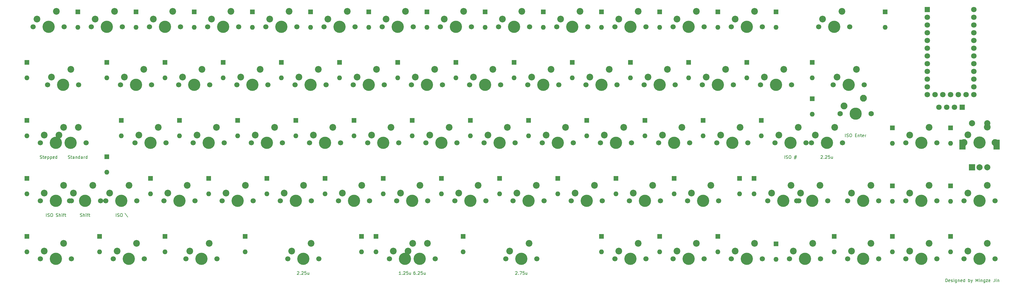
<source format=gbr>
%TF.GenerationSoftware,KiCad,Pcbnew,(6.0.1)*%
%TF.CreationDate,2022-05-17T01:39:32-04:00*%
%TF.ProjectId,GanJing 65 rev 2 solder,47616e4a-696e-4672-9036-352072657620,2*%
%TF.SameCoordinates,Original*%
%TF.FileFunction,Soldermask,Top*%
%TF.FilePolarity,Negative*%
%FSLAX46Y46*%
G04 Gerber Fmt 4.6, Leading zero omitted, Abs format (unit mm)*
G04 Created by KiCad (PCBNEW (6.0.1)) date 2022-05-17 01:39:32*
%MOMM*%
%LPD*%
G01*
G04 APERTURE LIST*
%ADD10C,0.150000*%
%ADD11C,2.250000*%
%ADD12C,4.000000*%
%ADD13C,2.200000*%
%ADD14R,1.600000X1.600000*%
%ADD15O,1.600000X1.600000*%
%ADD16R,1.800000X1.800000*%
%ADD17C,1.800000*%
%ADD18C,1.700000*%
%ADD19R,2.000000X3.200000*%
%ADD20R,2.000000X2.000000*%
%ADD21C,2.000000*%
%ADD22C,1.750000*%
%ADD23C,3.987800*%
G04 APERTURE END LIST*
D10*
X353235714Y-188571130D02*
X353235714Y-187571130D01*
X353473809Y-187571130D01*
X353616666Y-187618750D01*
X353711904Y-187713988D01*
X353759523Y-187809226D01*
X353807142Y-187999702D01*
X353807142Y-188142559D01*
X353759523Y-188333035D01*
X353711904Y-188428273D01*
X353616666Y-188523511D01*
X353473809Y-188571130D01*
X353235714Y-188571130D01*
X354616666Y-188523511D02*
X354521428Y-188571130D01*
X354330952Y-188571130D01*
X354235714Y-188523511D01*
X354188095Y-188428273D01*
X354188095Y-188047321D01*
X354235714Y-187952083D01*
X354330952Y-187904464D01*
X354521428Y-187904464D01*
X354616666Y-187952083D01*
X354664285Y-188047321D01*
X354664285Y-188142559D01*
X354188095Y-188237797D01*
X355045238Y-188523511D02*
X355140476Y-188571130D01*
X355330952Y-188571130D01*
X355426190Y-188523511D01*
X355473809Y-188428273D01*
X355473809Y-188380654D01*
X355426190Y-188285416D01*
X355330952Y-188237797D01*
X355188095Y-188237797D01*
X355092857Y-188190178D01*
X355045238Y-188094940D01*
X355045238Y-188047321D01*
X355092857Y-187952083D01*
X355188095Y-187904464D01*
X355330952Y-187904464D01*
X355426190Y-187952083D01*
X355902380Y-188571130D02*
X355902380Y-187904464D01*
X355902380Y-187571130D02*
X355854761Y-187618750D01*
X355902380Y-187666369D01*
X355950000Y-187618750D01*
X355902380Y-187571130D01*
X355902380Y-187666369D01*
X356807142Y-187904464D02*
X356807142Y-188713988D01*
X356759523Y-188809226D01*
X356711904Y-188856845D01*
X356616666Y-188904464D01*
X356473809Y-188904464D01*
X356378571Y-188856845D01*
X356807142Y-188523511D02*
X356711904Y-188571130D01*
X356521428Y-188571130D01*
X356426190Y-188523511D01*
X356378571Y-188475892D01*
X356330952Y-188380654D01*
X356330952Y-188094940D01*
X356378571Y-187999702D01*
X356426190Y-187952083D01*
X356521428Y-187904464D01*
X356711904Y-187904464D01*
X356807142Y-187952083D01*
X357283333Y-187904464D02*
X357283333Y-188571130D01*
X357283333Y-187999702D02*
X357330952Y-187952083D01*
X357426190Y-187904464D01*
X357569047Y-187904464D01*
X357664285Y-187952083D01*
X357711904Y-188047321D01*
X357711904Y-188571130D01*
X358569047Y-188523511D02*
X358473809Y-188571130D01*
X358283333Y-188571130D01*
X358188095Y-188523511D01*
X358140476Y-188428273D01*
X358140476Y-188047321D01*
X358188095Y-187952083D01*
X358283333Y-187904464D01*
X358473809Y-187904464D01*
X358569047Y-187952083D01*
X358616666Y-188047321D01*
X358616666Y-188142559D01*
X358140476Y-188237797D01*
X359473809Y-188571130D02*
X359473809Y-187571130D01*
X359473809Y-188523511D02*
X359378571Y-188571130D01*
X359188095Y-188571130D01*
X359092857Y-188523511D01*
X359045238Y-188475892D01*
X358997619Y-188380654D01*
X358997619Y-188094940D01*
X359045238Y-187999702D01*
X359092857Y-187952083D01*
X359188095Y-187904464D01*
X359378571Y-187904464D01*
X359473809Y-187952083D01*
X360711904Y-188571130D02*
X360711904Y-187571130D01*
X360711904Y-187952083D02*
X360807142Y-187904464D01*
X360997619Y-187904464D01*
X361092857Y-187952083D01*
X361140476Y-187999702D01*
X361188095Y-188094940D01*
X361188095Y-188380654D01*
X361140476Y-188475892D01*
X361092857Y-188523511D01*
X360997619Y-188571130D01*
X360807142Y-188571130D01*
X360711904Y-188523511D01*
X361521428Y-187904464D02*
X361759523Y-188571130D01*
X361997619Y-187904464D02*
X361759523Y-188571130D01*
X361664285Y-188809226D01*
X361616666Y-188856845D01*
X361521428Y-188904464D01*
X363140476Y-188571130D02*
X363140476Y-187571130D01*
X363473809Y-188285416D01*
X363807142Y-187571130D01*
X363807142Y-188571130D01*
X364283333Y-188571130D02*
X364283333Y-187904464D01*
X364283333Y-187571130D02*
X364235714Y-187618750D01*
X364283333Y-187666369D01*
X364330952Y-187618750D01*
X364283333Y-187571130D01*
X364283333Y-187666369D01*
X364759523Y-187904464D02*
X364759523Y-188571130D01*
X364759523Y-187999702D02*
X364807142Y-187952083D01*
X364902380Y-187904464D01*
X365045238Y-187904464D01*
X365140476Y-187952083D01*
X365188095Y-188047321D01*
X365188095Y-188571130D01*
X366092857Y-187904464D02*
X366092857Y-188713988D01*
X366045238Y-188809226D01*
X365997619Y-188856845D01*
X365902380Y-188904464D01*
X365759523Y-188904464D01*
X365664285Y-188856845D01*
X366092857Y-188523511D02*
X365997619Y-188571130D01*
X365807142Y-188571130D01*
X365711904Y-188523511D01*
X365664285Y-188475892D01*
X365616666Y-188380654D01*
X365616666Y-188094940D01*
X365664285Y-187999702D01*
X365711904Y-187952083D01*
X365807142Y-187904464D01*
X365997619Y-187904464D01*
X366092857Y-187952083D01*
X366473809Y-187904464D02*
X366997619Y-187904464D01*
X366473809Y-188571130D01*
X366997619Y-188571130D01*
X367759523Y-188523511D02*
X367664285Y-188571130D01*
X367473809Y-188571130D01*
X367378571Y-188523511D01*
X367330952Y-188428273D01*
X367330952Y-188047321D01*
X367378571Y-187952083D01*
X367473809Y-187904464D01*
X367664285Y-187904464D01*
X367759523Y-187952083D01*
X367807142Y-188047321D01*
X367807142Y-188142559D01*
X367330952Y-188237797D01*
X369283333Y-187571130D02*
X369283333Y-188285416D01*
X369235714Y-188428273D01*
X369140476Y-188523511D01*
X368997619Y-188571130D01*
X368902380Y-188571130D01*
X369759523Y-188571130D02*
X369759523Y-187904464D01*
X369759523Y-187571130D02*
X369711904Y-187618750D01*
X369759523Y-187666369D01*
X369807142Y-187618750D01*
X369759523Y-187571130D01*
X369759523Y-187666369D01*
X370235714Y-187904464D02*
X370235714Y-188571130D01*
X370235714Y-187999702D02*
X370283333Y-187952083D01*
X370378571Y-187904464D01*
X370521428Y-187904464D01*
X370616666Y-187952083D01*
X370664285Y-188047321D01*
X370664285Y-188571130D01*
%TO.C,MX31*%
X65913392Y-148042261D02*
X66056250Y-148089880D01*
X66294345Y-148089880D01*
X66389583Y-148042261D01*
X66437202Y-147994642D01*
X66484821Y-147899404D01*
X66484821Y-147804166D01*
X66437202Y-147708928D01*
X66389583Y-147661309D01*
X66294345Y-147613690D01*
X66103869Y-147566071D01*
X66008630Y-147518452D01*
X65961011Y-147470833D01*
X65913392Y-147375595D01*
X65913392Y-147280357D01*
X65961011Y-147185119D01*
X66008630Y-147137500D01*
X66103869Y-147089880D01*
X66341964Y-147089880D01*
X66484821Y-147137500D01*
X66770535Y-147423214D02*
X67151488Y-147423214D01*
X66913392Y-147089880D02*
X66913392Y-147947023D01*
X66961011Y-148042261D01*
X67056250Y-148089880D01*
X67151488Y-148089880D01*
X67913392Y-148089880D02*
X67913392Y-147566071D01*
X67865773Y-147470833D01*
X67770535Y-147423214D01*
X67580059Y-147423214D01*
X67484821Y-147470833D01*
X67913392Y-148042261D02*
X67818154Y-148089880D01*
X67580059Y-148089880D01*
X67484821Y-148042261D01*
X67437202Y-147947023D01*
X67437202Y-147851785D01*
X67484821Y-147756547D01*
X67580059Y-147708928D01*
X67818154Y-147708928D01*
X67913392Y-147661309D01*
X68389583Y-147423214D02*
X68389583Y-148089880D01*
X68389583Y-147518452D02*
X68437202Y-147470833D01*
X68532440Y-147423214D01*
X68675297Y-147423214D01*
X68770535Y-147470833D01*
X68818154Y-147566071D01*
X68818154Y-148089880D01*
X69722916Y-148089880D02*
X69722916Y-147089880D01*
X69722916Y-148042261D02*
X69627678Y-148089880D01*
X69437202Y-148089880D01*
X69341964Y-148042261D01*
X69294345Y-147994642D01*
X69246726Y-147899404D01*
X69246726Y-147613690D01*
X69294345Y-147518452D01*
X69341964Y-147470833D01*
X69437202Y-147423214D01*
X69627678Y-147423214D01*
X69722916Y-147470833D01*
X70627678Y-148089880D02*
X70627678Y-147566071D01*
X70580059Y-147470833D01*
X70484821Y-147423214D01*
X70294345Y-147423214D01*
X70199107Y-147470833D01*
X70627678Y-148042261D02*
X70532440Y-148089880D01*
X70294345Y-148089880D01*
X70199107Y-148042261D01*
X70151488Y-147947023D01*
X70151488Y-147851785D01*
X70199107Y-147756547D01*
X70294345Y-147708928D01*
X70532440Y-147708928D01*
X70627678Y-147661309D01*
X71103869Y-148089880D02*
X71103869Y-147423214D01*
X71103869Y-147613690D02*
X71151488Y-147518452D01*
X71199107Y-147470833D01*
X71294345Y-147423214D01*
X71389583Y-147423214D01*
X72151488Y-148089880D02*
X72151488Y-147089880D01*
X72151488Y-148042261D02*
X72056250Y-148089880D01*
X71865773Y-148089880D01*
X71770535Y-148042261D01*
X71722916Y-147994642D01*
X71675297Y-147899404D01*
X71675297Y-147613690D01*
X71722916Y-147518452D01*
X71770535Y-147470833D01*
X71865773Y-147423214D01*
X72056250Y-147423214D01*
X72151488Y-147470833D01*
%TO.C,MX43*%
X300537797Y-148089880D02*
X300537797Y-147089880D01*
X300966369Y-148042261D02*
X301109226Y-148089880D01*
X301347321Y-148089880D01*
X301442559Y-148042261D01*
X301490178Y-147994642D01*
X301537797Y-147899404D01*
X301537797Y-147804166D01*
X301490178Y-147708928D01*
X301442559Y-147661309D01*
X301347321Y-147613690D01*
X301156845Y-147566071D01*
X301061607Y-147518452D01*
X301013988Y-147470833D01*
X300966369Y-147375595D01*
X300966369Y-147280357D01*
X301013988Y-147185119D01*
X301061607Y-147137500D01*
X301156845Y-147089880D01*
X301394940Y-147089880D01*
X301537797Y-147137500D01*
X302156845Y-147089880D02*
X302347321Y-147089880D01*
X302442559Y-147137500D01*
X302537797Y-147232738D01*
X302585416Y-147423214D01*
X302585416Y-147756547D01*
X302537797Y-147947023D01*
X302442559Y-148042261D01*
X302347321Y-148089880D01*
X302156845Y-148089880D01*
X302061607Y-148042261D01*
X301966369Y-147947023D01*
X301918750Y-147756547D01*
X301918750Y-147423214D01*
X301966369Y-147232738D01*
X302061607Y-147137500D01*
X302156845Y-147089880D01*
X303728273Y-147423214D02*
X304442559Y-147423214D01*
X304013988Y-146994642D02*
X303728273Y-148280357D01*
X304347321Y-147851785D02*
X303633035Y-147851785D01*
X304061607Y-148280357D02*
X304347321Y-146994642D01*
%TO.C,MX44*%
X312396428Y-147185119D02*
X312444047Y-147137500D01*
X312539285Y-147089880D01*
X312777380Y-147089880D01*
X312872619Y-147137500D01*
X312920238Y-147185119D01*
X312967857Y-147280357D01*
X312967857Y-147375595D01*
X312920238Y-147518452D01*
X312348809Y-148089880D01*
X312967857Y-148089880D01*
X313396428Y-147994642D02*
X313444047Y-148042261D01*
X313396428Y-148089880D01*
X313348809Y-148042261D01*
X313396428Y-147994642D01*
X313396428Y-148089880D01*
X313825000Y-147185119D02*
X313872619Y-147137500D01*
X313967857Y-147089880D01*
X314205952Y-147089880D01*
X314301190Y-147137500D01*
X314348809Y-147185119D01*
X314396428Y-147280357D01*
X314396428Y-147375595D01*
X314348809Y-147518452D01*
X313777380Y-148089880D01*
X314396428Y-148089880D01*
X315301190Y-147089880D02*
X314825000Y-147089880D01*
X314777380Y-147566071D01*
X314825000Y-147518452D01*
X314920238Y-147470833D01*
X315158333Y-147470833D01*
X315253571Y-147518452D01*
X315301190Y-147566071D01*
X315348809Y-147661309D01*
X315348809Y-147899404D01*
X315301190Y-147994642D01*
X315253571Y-148042261D01*
X315158333Y-148089880D01*
X314920238Y-148089880D01*
X314825000Y-148042261D01*
X314777380Y-147994642D01*
X316205952Y-147423214D02*
X316205952Y-148089880D01*
X315777380Y-147423214D02*
X315777380Y-147947023D01*
X315825000Y-148042261D01*
X315920238Y-148089880D01*
X316063095Y-148089880D01*
X316158333Y-148042261D01*
X316205952Y-147994642D01*
%TO.C,MX46*%
X69889880Y-167092261D02*
X70032738Y-167139880D01*
X70270833Y-167139880D01*
X70366071Y-167092261D01*
X70413690Y-167044642D01*
X70461309Y-166949404D01*
X70461309Y-166854166D01*
X70413690Y-166758928D01*
X70366071Y-166711309D01*
X70270833Y-166663690D01*
X70080357Y-166616071D01*
X69985119Y-166568452D01*
X69937500Y-166520833D01*
X69889880Y-166425595D01*
X69889880Y-166330357D01*
X69937500Y-166235119D01*
X69985119Y-166187500D01*
X70080357Y-166139880D01*
X70318452Y-166139880D01*
X70461309Y-166187500D01*
X70889880Y-167139880D02*
X70889880Y-166139880D01*
X71318452Y-167139880D02*
X71318452Y-166616071D01*
X71270833Y-166520833D01*
X71175595Y-166473214D01*
X71032738Y-166473214D01*
X70937500Y-166520833D01*
X70889880Y-166568452D01*
X71794642Y-167139880D02*
X71794642Y-166473214D01*
X71794642Y-166139880D02*
X71747023Y-166187500D01*
X71794642Y-166235119D01*
X71842261Y-166187500D01*
X71794642Y-166139880D01*
X71794642Y-166235119D01*
X72127976Y-166473214D02*
X72508928Y-166473214D01*
X72270833Y-167139880D02*
X72270833Y-166282738D01*
X72318452Y-166187500D01*
X72413690Y-166139880D01*
X72508928Y-166139880D01*
X72699404Y-166473214D02*
X73080357Y-166473214D01*
X72842261Y-166139880D02*
X72842261Y-166997023D01*
X72889880Y-167092261D01*
X72985119Y-167139880D01*
X73080357Y-167139880D01*
%TO.C,MX66*%
X179522619Y-185189880D02*
X179332142Y-185189880D01*
X179236904Y-185237500D01*
X179189285Y-185285119D01*
X179094047Y-185427976D01*
X179046428Y-185618452D01*
X179046428Y-185999404D01*
X179094047Y-186094642D01*
X179141666Y-186142261D01*
X179236904Y-186189880D01*
X179427380Y-186189880D01*
X179522619Y-186142261D01*
X179570238Y-186094642D01*
X179617857Y-185999404D01*
X179617857Y-185761309D01*
X179570238Y-185666071D01*
X179522619Y-185618452D01*
X179427380Y-185570833D01*
X179236904Y-185570833D01*
X179141666Y-185618452D01*
X179094047Y-185666071D01*
X179046428Y-185761309D01*
X180046428Y-186094642D02*
X180094047Y-186142261D01*
X180046428Y-186189880D01*
X179998809Y-186142261D01*
X180046428Y-186094642D01*
X180046428Y-186189880D01*
X180475000Y-185285119D02*
X180522619Y-185237500D01*
X180617857Y-185189880D01*
X180855952Y-185189880D01*
X180951190Y-185237500D01*
X180998809Y-185285119D01*
X181046428Y-185380357D01*
X181046428Y-185475595D01*
X180998809Y-185618452D01*
X180427380Y-186189880D01*
X181046428Y-186189880D01*
X181951190Y-185189880D02*
X181475000Y-185189880D01*
X181427380Y-185666071D01*
X181475000Y-185618452D01*
X181570238Y-185570833D01*
X181808333Y-185570833D01*
X181903571Y-185618452D01*
X181951190Y-185666071D01*
X181998809Y-185761309D01*
X181998809Y-185999404D01*
X181951190Y-186094642D01*
X181903571Y-186142261D01*
X181808333Y-186189880D01*
X181570238Y-186189880D01*
X181475000Y-186142261D01*
X181427380Y-186094642D01*
X182855952Y-185523214D02*
X182855952Y-186189880D01*
X182427380Y-185523214D02*
X182427380Y-186047023D01*
X182475000Y-186142261D01*
X182570238Y-186189880D01*
X182713095Y-186189880D01*
X182808333Y-186142261D01*
X182855952Y-186094642D01*
%TO.C,MX75*%
X56745535Y-148042261D02*
X56888392Y-148089880D01*
X57126488Y-148089880D01*
X57221726Y-148042261D01*
X57269345Y-147994642D01*
X57316964Y-147899404D01*
X57316964Y-147804166D01*
X57269345Y-147708928D01*
X57221726Y-147661309D01*
X57126488Y-147613690D01*
X56936011Y-147566071D01*
X56840773Y-147518452D01*
X56793154Y-147470833D01*
X56745535Y-147375595D01*
X56745535Y-147280357D01*
X56793154Y-147185119D01*
X56840773Y-147137500D01*
X56936011Y-147089880D01*
X57174107Y-147089880D01*
X57316964Y-147137500D01*
X57602678Y-147423214D02*
X57983630Y-147423214D01*
X57745535Y-147089880D02*
X57745535Y-147947023D01*
X57793154Y-148042261D01*
X57888392Y-148089880D01*
X57983630Y-148089880D01*
X58697916Y-148042261D02*
X58602678Y-148089880D01*
X58412202Y-148089880D01*
X58316964Y-148042261D01*
X58269345Y-147947023D01*
X58269345Y-147566071D01*
X58316964Y-147470833D01*
X58412202Y-147423214D01*
X58602678Y-147423214D01*
X58697916Y-147470833D01*
X58745535Y-147566071D01*
X58745535Y-147661309D01*
X58269345Y-147756547D01*
X59174107Y-147423214D02*
X59174107Y-148423214D01*
X59174107Y-147470833D02*
X59269345Y-147423214D01*
X59459821Y-147423214D01*
X59555059Y-147470833D01*
X59602678Y-147518452D01*
X59650297Y-147613690D01*
X59650297Y-147899404D01*
X59602678Y-147994642D01*
X59555059Y-148042261D01*
X59459821Y-148089880D01*
X59269345Y-148089880D01*
X59174107Y-148042261D01*
X60078869Y-147423214D02*
X60078869Y-148423214D01*
X60078869Y-147470833D02*
X60174107Y-147423214D01*
X60364583Y-147423214D01*
X60459821Y-147470833D01*
X60507440Y-147518452D01*
X60555059Y-147613690D01*
X60555059Y-147899404D01*
X60507440Y-147994642D01*
X60459821Y-148042261D01*
X60364583Y-148089880D01*
X60174107Y-148089880D01*
X60078869Y-148042261D01*
X61364583Y-148042261D02*
X61269345Y-148089880D01*
X61078869Y-148089880D01*
X60983630Y-148042261D01*
X60936011Y-147947023D01*
X60936011Y-147566071D01*
X60983630Y-147470833D01*
X61078869Y-147423214D01*
X61269345Y-147423214D01*
X61364583Y-147470833D01*
X61412202Y-147566071D01*
X61412202Y-147661309D01*
X60936011Y-147756547D01*
X62269345Y-148089880D02*
X62269345Y-147089880D01*
X62269345Y-148042261D02*
X62174107Y-148089880D01*
X61983630Y-148089880D01*
X61888392Y-148042261D01*
X61840773Y-147994642D01*
X61793154Y-147899404D01*
X61793154Y-147613690D01*
X61840773Y-147518452D01*
X61888392Y-147470833D01*
X61983630Y-147423214D01*
X62174107Y-147423214D01*
X62269345Y-147470833D01*
%TO.C,MX77*%
X58793452Y-167139880D02*
X58793452Y-166139880D01*
X59222023Y-167092261D02*
X59364880Y-167139880D01*
X59602976Y-167139880D01*
X59698214Y-167092261D01*
X59745833Y-167044642D01*
X59793452Y-166949404D01*
X59793452Y-166854166D01*
X59745833Y-166758928D01*
X59698214Y-166711309D01*
X59602976Y-166663690D01*
X59412500Y-166616071D01*
X59317261Y-166568452D01*
X59269642Y-166520833D01*
X59222023Y-166425595D01*
X59222023Y-166330357D01*
X59269642Y-166235119D01*
X59317261Y-166187500D01*
X59412500Y-166139880D01*
X59650595Y-166139880D01*
X59793452Y-166187500D01*
X60412500Y-166139880D02*
X60602976Y-166139880D01*
X60698214Y-166187500D01*
X60793452Y-166282738D01*
X60841071Y-166473214D01*
X60841071Y-166806547D01*
X60793452Y-166997023D01*
X60698214Y-167092261D01*
X60602976Y-167139880D01*
X60412500Y-167139880D01*
X60317261Y-167092261D01*
X60222023Y-166997023D01*
X60174404Y-166806547D01*
X60174404Y-166473214D01*
X60222023Y-166282738D01*
X60317261Y-166187500D01*
X60412500Y-166139880D01*
X61983928Y-167092261D02*
X62126785Y-167139880D01*
X62364880Y-167139880D01*
X62460119Y-167092261D01*
X62507738Y-167044642D01*
X62555357Y-166949404D01*
X62555357Y-166854166D01*
X62507738Y-166758928D01*
X62460119Y-166711309D01*
X62364880Y-166663690D01*
X62174404Y-166616071D01*
X62079166Y-166568452D01*
X62031547Y-166520833D01*
X61983928Y-166425595D01*
X61983928Y-166330357D01*
X62031547Y-166235119D01*
X62079166Y-166187500D01*
X62174404Y-166139880D01*
X62412500Y-166139880D01*
X62555357Y-166187500D01*
X62983928Y-167139880D02*
X62983928Y-166139880D01*
X63412500Y-167139880D02*
X63412500Y-166616071D01*
X63364880Y-166520833D01*
X63269642Y-166473214D01*
X63126785Y-166473214D01*
X63031547Y-166520833D01*
X62983928Y-166568452D01*
X63888690Y-167139880D02*
X63888690Y-166473214D01*
X63888690Y-166139880D02*
X63841071Y-166187500D01*
X63888690Y-166235119D01*
X63936309Y-166187500D01*
X63888690Y-166139880D01*
X63888690Y-166235119D01*
X64222023Y-166473214D02*
X64602976Y-166473214D01*
X64364880Y-167139880D02*
X64364880Y-166282738D01*
X64412500Y-166187500D01*
X64507738Y-166139880D01*
X64602976Y-166139880D01*
X64793452Y-166473214D02*
X65174404Y-166473214D01*
X64936309Y-166139880D02*
X64936309Y-166997023D01*
X64983928Y-167092261D01*
X65079166Y-167139880D01*
X65174404Y-167139880D01*
%TO.C,MX64*%
X140946428Y-185285119D02*
X140994047Y-185237500D01*
X141089285Y-185189880D01*
X141327380Y-185189880D01*
X141422619Y-185237500D01*
X141470238Y-185285119D01*
X141517857Y-185380357D01*
X141517857Y-185475595D01*
X141470238Y-185618452D01*
X140898809Y-186189880D01*
X141517857Y-186189880D01*
X141946428Y-186094642D02*
X141994047Y-186142261D01*
X141946428Y-186189880D01*
X141898809Y-186142261D01*
X141946428Y-186094642D01*
X141946428Y-186189880D01*
X142375000Y-185285119D02*
X142422619Y-185237500D01*
X142517857Y-185189880D01*
X142755952Y-185189880D01*
X142851190Y-185237500D01*
X142898809Y-185285119D01*
X142946428Y-185380357D01*
X142946428Y-185475595D01*
X142898809Y-185618452D01*
X142327380Y-186189880D01*
X142946428Y-186189880D01*
X143851190Y-185189880D02*
X143375000Y-185189880D01*
X143327380Y-185666071D01*
X143375000Y-185618452D01*
X143470238Y-185570833D01*
X143708333Y-185570833D01*
X143803571Y-185618452D01*
X143851190Y-185666071D01*
X143898809Y-185761309D01*
X143898809Y-185999404D01*
X143851190Y-186094642D01*
X143803571Y-186142261D01*
X143708333Y-186189880D01*
X143470238Y-186189880D01*
X143375000Y-186142261D01*
X143327380Y-186094642D01*
X144755952Y-185523214D02*
X144755952Y-186189880D01*
X144327380Y-185523214D02*
X144327380Y-186047023D01*
X144375000Y-186142261D01*
X144470238Y-186189880D01*
X144613095Y-186189880D01*
X144708333Y-186142261D01*
X144755952Y-186094642D01*
%TO.C,MX65*%
X174855357Y-186189880D02*
X174283928Y-186189880D01*
X174569642Y-186189880D02*
X174569642Y-185189880D01*
X174474404Y-185332738D01*
X174379166Y-185427976D01*
X174283928Y-185475595D01*
X175283928Y-186094642D02*
X175331547Y-186142261D01*
X175283928Y-186189880D01*
X175236309Y-186142261D01*
X175283928Y-186094642D01*
X175283928Y-186189880D01*
X175712500Y-185285119D02*
X175760119Y-185237500D01*
X175855357Y-185189880D01*
X176093452Y-185189880D01*
X176188690Y-185237500D01*
X176236309Y-185285119D01*
X176283928Y-185380357D01*
X176283928Y-185475595D01*
X176236309Y-185618452D01*
X175664880Y-186189880D01*
X176283928Y-186189880D01*
X177188690Y-185189880D02*
X176712500Y-185189880D01*
X176664880Y-185666071D01*
X176712500Y-185618452D01*
X176807738Y-185570833D01*
X177045833Y-185570833D01*
X177141071Y-185618452D01*
X177188690Y-185666071D01*
X177236309Y-185761309D01*
X177236309Y-185999404D01*
X177188690Y-186094642D01*
X177141071Y-186142261D01*
X177045833Y-186189880D01*
X176807738Y-186189880D01*
X176712500Y-186142261D01*
X176664880Y-186094642D01*
X178093452Y-185523214D02*
X178093452Y-186189880D01*
X177664880Y-185523214D02*
X177664880Y-186047023D01*
X177712500Y-186142261D01*
X177807738Y-186189880D01*
X177950595Y-186189880D01*
X178045833Y-186142261D01*
X178093452Y-186094642D01*
%TO.C,MX67*%
X212383928Y-185285119D02*
X212431547Y-185237500D01*
X212526785Y-185189880D01*
X212764880Y-185189880D01*
X212860119Y-185237500D01*
X212907738Y-185285119D01*
X212955357Y-185380357D01*
X212955357Y-185475595D01*
X212907738Y-185618452D01*
X212336309Y-186189880D01*
X212955357Y-186189880D01*
X213383928Y-186094642D02*
X213431547Y-186142261D01*
X213383928Y-186189880D01*
X213336309Y-186142261D01*
X213383928Y-186094642D01*
X213383928Y-186189880D01*
X213764880Y-185189880D02*
X214431547Y-185189880D01*
X214002976Y-186189880D01*
X215288690Y-185189880D02*
X214812500Y-185189880D01*
X214764880Y-185666071D01*
X214812500Y-185618452D01*
X214907738Y-185570833D01*
X215145833Y-185570833D01*
X215241071Y-185618452D01*
X215288690Y-185666071D01*
X215336309Y-185761309D01*
X215336309Y-185999404D01*
X215288690Y-186094642D01*
X215241071Y-186142261D01*
X215145833Y-186189880D01*
X214907738Y-186189880D01*
X214812500Y-186142261D01*
X214764880Y-186094642D01*
X216193452Y-185523214D02*
X216193452Y-186189880D01*
X215764880Y-185523214D02*
X215764880Y-186047023D01*
X215812500Y-186142261D01*
X215907738Y-186189880D01*
X216050595Y-186189880D01*
X216145833Y-186142261D01*
X216193452Y-186094642D01*
%TO.C,MX47*%
X81629464Y-167139880D02*
X81629464Y-166139880D01*
X82058035Y-167092261D02*
X82200892Y-167139880D01*
X82438988Y-167139880D01*
X82534226Y-167092261D01*
X82581845Y-167044642D01*
X82629464Y-166949404D01*
X82629464Y-166854166D01*
X82581845Y-166758928D01*
X82534226Y-166711309D01*
X82438988Y-166663690D01*
X82248511Y-166616071D01*
X82153273Y-166568452D01*
X82105654Y-166520833D01*
X82058035Y-166425595D01*
X82058035Y-166330357D01*
X82105654Y-166235119D01*
X82153273Y-166187500D01*
X82248511Y-166139880D01*
X82486607Y-166139880D01*
X82629464Y-166187500D01*
X83248511Y-166139880D02*
X83438988Y-166139880D01*
X83534226Y-166187500D01*
X83629464Y-166282738D01*
X83677083Y-166473214D01*
X83677083Y-166806547D01*
X83629464Y-166997023D01*
X83534226Y-167092261D01*
X83438988Y-167139880D01*
X83248511Y-167139880D01*
X83153273Y-167092261D01*
X83058035Y-166997023D01*
X83010416Y-166806547D01*
X83010416Y-166473214D01*
X83058035Y-166282738D01*
X83153273Y-166187500D01*
X83248511Y-166139880D01*
X84534226Y-166044642D02*
X85391369Y-167330357D01*
%TO.C,MX76*%
X320415476Y-140946130D02*
X320415476Y-139946130D01*
X320844047Y-140898511D02*
X320986904Y-140946130D01*
X321225000Y-140946130D01*
X321320238Y-140898511D01*
X321367857Y-140850892D01*
X321415476Y-140755654D01*
X321415476Y-140660416D01*
X321367857Y-140565178D01*
X321320238Y-140517559D01*
X321225000Y-140469940D01*
X321034523Y-140422321D01*
X320939285Y-140374702D01*
X320891666Y-140327083D01*
X320844047Y-140231845D01*
X320844047Y-140136607D01*
X320891666Y-140041369D01*
X320939285Y-139993750D01*
X321034523Y-139946130D01*
X321272619Y-139946130D01*
X321415476Y-139993750D01*
X322034523Y-139946130D02*
X322225000Y-139946130D01*
X322320238Y-139993750D01*
X322415476Y-140088988D01*
X322463095Y-140279464D01*
X322463095Y-140612797D01*
X322415476Y-140803273D01*
X322320238Y-140898511D01*
X322225000Y-140946130D01*
X322034523Y-140946130D01*
X321939285Y-140898511D01*
X321844047Y-140803273D01*
X321796428Y-140612797D01*
X321796428Y-140279464D01*
X321844047Y-140088988D01*
X321939285Y-139993750D01*
X322034523Y-139946130D01*
X323653571Y-140422321D02*
X323986904Y-140422321D01*
X324129761Y-140946130D02*
X323653571Y-140946130D01*
X323653571Y-139946130D01*
X324129761Y-139946130D01*
X324558333Y-140279464D02*
X324558333Y-140946130D01*
X324558333Y-140374702D02*
X324605952Y-140327083D01*
X324701190Y-140279464D01*
X324844047Y-140279464D01*
X324939285Y-140327083D01*
X324986904Y-140422321D01*
X324986904Y-140946130D01*
X325320238Y-140279464D02*
X325701190Y-140279464D01*
X325463095Y-139946130D02*
X325463095Y-140803273D01*
X325510714Y-140898511D01*
X325605952Y-140946130D01*
X325701190Y-140946130D01*
X326415476Y-140898511D02*
X326320238Y-140946130D01*
X326129761Y-140946130D01*
X326034523Y-140898511D01*
X325986904Y-140803273D01*
X325986904Y-140422321D01*
X326034523Y-140327083D01*
X326129761Y-140279464D01*
X326320238Y-140279464D01*
X326415476Y-140327083D01*
X326463095Y-140422321D01*
X326463095Y-140517559D01*
X325986904Y-140612797D01*
X326891666Y-140946130D02*
X326891666Y-140279464D01*
X326891666Y-140469940D02*
X326939285Y-140374702D01*
X326986904Y-140327083D01*
X327082142Y-140279464D01*
X327177380Y-140279464D01*
%TD*%
D11*
%TO.C,MX15*%
X359240000Y-142860000D03*
X369400000Y-142860000D03*
D12*
X364320000Y-142860000D03*
D13*
X366860000Y-137780000D03*
X360510000Y-140320000D03*
%TD*%
D14*
%TO.C,D1*%
X69056250Y-99853750D03*
D15*
X69056250Y-104933750D03*
%TD*%
D14*
%TO.C,D2*%
X88106250Y-99853750D03*
D15*
X88106250Y-104933750D03*
%TD*%
D14*
%TO.C,D3*%
X107156250Y-99853750D03*
D15*
X107156250Y-104933750D03*
%TD*%
D14*
%TO.C,D4*%
X126206250Y-99853750D03*
D15*
X126206250Y-104933750D03*
%TD*%
D14*
%TO.C,D5*%
X145256250Y-99853750D03*
D15*
X145256250Y-104933750D03*
%TD*%
D14*
%TO.C,D6*%
X164306250Y-99853750D03*
D15*
X164306250Y-104933750D03*
%TD*%
D14*
%TO.C,D7*%
X183356250Y-99853750D03*
D15*
X183356250Y-104933750D03*
%TD*%
D14*
%TO.C,D8*%
X202406250Y-99853750D03*
D15*
X202406250Y-104933750D03*
%TD*%
D14*
%TO.C,D9*%
X221456250Y-99853750D03*
D15*
X221456250Y-104933750D03*
%TD*%
D14*
%TO.C,D10*%
X240506250Y-99853750D03*
D15*
X240506250Y-104933750D03*
%TD*%
D14*
%TO.C,D11*%
X259556250Y-99853750D03*
D15*
X259556250Y-104933750D03*
%TD*%
D14*
%TO.C,D12*%
X278606250Y-99853750D03*
D15*
X278606250Y-104933750D03*
%TD*%
D14*
%TO.C,D13*%
X297656250Y-99853750D03*
D15*
X297656250Y-104933750D03*
%TD*%
D14*
%TO.C,D14*%
X333375000Y-99853750D03*
D15*
X333375000Y-104933750D03*
%TD*%
D14*
%TO.C,D16*%
X52387500Y-116522500D03*
D15*
X52387500Y-121602500D03*
%TD*%
D14*
%TO.C,D17*%
X78581250Y-116522500D03*
D15*
X78581250Y-121602500D03*
%TD*%
D14*
%TO.C,D18*%
X97631250Y-116522500D03*
D15*
X97631250Y-121602500D03*
%TD*%
D14*
%TO.C,D19*%
X116681250Y-116522500D03*
D15*
X116681250Y-121602500D03*
%TD*%
D14*
%TO.C,D20*%
X135731250Y-116522500D03*
D15*
X135731250Y-121602500D03*
%TD*%
D14*
%TO.C,D21*%
X154781250Y-116522500D03*
D15*
X154781250Y-121602500D03*
%TD*%
D14*
%TO.C,D22*%
X173831250Y-116522500D03*
D15*
X173831250Y-121602500D03*
%TD*%
D14*
%TO.C,D23*%
X192881250Y-116522500D03*
D15*
X192881250Y-121602500D03*
%TD*%
D14*
%TO.C,D24*%
X211931250Y-116522500D03*
D15*
X211931250Y-121602500D03*
%TD*%
D14*
%TO.C,D25*%
X230981250Y-116522500D03*
D15*
X230981250Y-121602500D03*
%TD*%
D14*
%TO.C,D26*%
X250031250Y-116522500D03*
D15*
X250031250Y-121602500D03*
%TD*%
D14*
%TO.C,D27*%
X269081250Y-116522500D03*
D15*
X269081250Y-121602500D03*
%TD*%
D14*
%TO.C,D28*%
X288131250Y-116522500D03*
D15*
X288131250Y-121602500D03*
%TD*%
D14*
%TO.C,D29*%
X309562500Y-116522500D03*
D15*
X309562500Y-121602500D03*
%TD*%
D14*
%TO.C,D30*%
X335756250Y-137953750D03*
D15*
X335756250Y-143033750D03*
%TD*%
D14*
%TO.C,D31*%
X52387500Y-135572500D03*
D15*
X52387500Y-140652500D03*
%TD*%
D14*
%TO.C,D32*%
X83343750Y-135572500D03*
D15*
X83343750Y-140652500D03*
%TD*%
D14*
%TO.C,D33*%
X102393750Y-135572500D03*
D15*
X102393750Y-140652500D03*
%TD*%
D14*
%TO.C,D34*%
X121443750Y-135572500D03*
D15*
X121443750Y-140652500D03*
%TD*%
D14*
%TO.C,D35*%
X140493750Y-135572500D03*
D15*
X140493750Y-140652500D03*
%TD*%
D14*
%TO.C,D36*%
X159543750Y-135572500D03*
D15*
X159543750Y-140652500D03*
%TD*%
D14*
%TO.C,D37*%
X178593750Y-135572500D03*
D15*
X178593750Y-140652500D03*
%TD*%
D14*
%TO.C,D38*%
X197643750Y-135572500D03*
D15*
X197643750Y-140652500D03*
%TD*%
D14*
%TO.C,D39*%
X216693750Y-135572500D03*
D15*
X216693750Y-140652500D03*
%TD*%
D14*
%TO.C,D40*%
X235743750Y-135572500D03*
D15*
X235743750Y-140652500D03*
%TD*%
D14*
%TO.C,D41*%
X254793750Y-135572500D03*
D15*
X254793750Y-140652500D03*
%TD*%
D14*
%TO.C,D42*%
X273843750Y-135572500D03*
D15*
X273843750Y-140652500D03*
%TD*%
D14*
%TO.C,D43*%
X292893750Y-135572500D03*
D15*
X292893750Y-140652500D03*
%TD*%
D14*
%TO.C,D44*%
X309562500Y-128428750D03*
D15*
X309562500Y-133508750D03*
%TD*%
D14*
%TO.C,D45*%
X335756250Y-157003750D03*
D15*
X335756250Y-162083750D03*
%TD*%
D14*
%TO.C,D46*%
X52387500Y-154622500D03*
D15*
X52387500Y-159702500D03*
%TD*%
D14*
%TO.C,D47*%
X78581250Y-147478750D03*
D15*
X78581250Y-152558750D03*
%TD*%
D14*
%TO.C,D48*%
X92868750Y-154622500D03*
D15*
X92868750Y-159702500D03*
%TD*%
D14*
%TO.C,D49*%
X111918750Y-154622500D03*
D15*
X111918750Y-159702500D03*
%TD*%
D14*
%TO.C,D50*%
X130968750Y-154622500D03*
D15*
X130968750Y-159702500D03*
%TD*%
D14*
%TO.C,D51*%
X150018750Y-154622500D03*
D15*
X150018750Y-159702500D03*
%TD*%
D14*
%TO.C,D52*%
X169068750Y-154622500D03*
D15*
X169068750Y-159702500D03*
%TD*%
D14*
%TO.C,D53*%
X188118750Y-154622500D03*
D15*
X188118750Y-159702500D03*
%TD*%
D14*
%TO.C,D54*%
X207168750Y-154622500D03*
D15*
X207168750Y-159702500D03*
%TD*%
D14*
%TO.C,D55*%
X226218750Y-154622500D03*
D15*
X226218750Y-159702500D03*
%TD*%
D14*
%TO.C,D57*%
X264318750Y-154622500D03*
D15*
X264318750Y-159702500D03*
%TD*%
D14*
%TO.C,D58*%
X290512500Y-154622500D03*
D15*
X290512500Y-159702500D03*
%TD*%
D14*
%TO.C,D60*%
X354806250Y-157003750D03*
D15*
X354806250Y-162083750D03*
%TD*%
D14*
%TO.C,D61*%
X52387500Y-173672500D03*
D15*
X52387500Y-178752500D03*
%TD*%
D14*
%TO.C,D62*%
X76200000Y-173672500D03*
D15*
X76200000Y-178752500D03*
%TD*%
D14*
%TO.C,D63*%
X97631250Y-173672500D03*
D15*
X97631250Y-178752500D03*
%TD*%
D14*
%TO.C,D66*%
X166687500Y-173672500D03*
D15*
X166687500Y-178752500D03*
%TD*%
D14*
%TO.C,D68*%
X240506250Y-173672500D03*
D15*
X240506250Y-178752500D03*
%TD*%
D14*
%TO.C,D69*%
X259556250Y-173672500D03*
D15*
X259556250Y-178752500D03*
%TD*%
D14*
%TO.C,D70*%
X278606250Y-173672500D03*
D15*
X278606250Y-178752500D03*
%TD*%
D14*
%TO.C,D71*%
X297656250Y-176053750D03*
D15*
X297656250Y-181133750D03*
%TD*%
D14*
%TO.C,D72*%
X316706250Y-173672500D03*
D15*
X316706250Y-178752500D03*
%TD*%
D14*
%TO.C,D73*%
X335756250Y-173672500D03*
D15*
X335756250Y-178752500D03*
%TD*%
D14*
%TO.C,D74*%
X354806250Y-173672500D03*
D15*
X354806250Y-178752500D03*
%TD*%
D14*
%TO.C,D15*%
X354806250Y-137953750D03*
D15*
X354806250Y-143033750D03*
%TD*%
D16*
%TO.C,DS1*%
X358616250Y-131250000D03*
D17*
X356076250Y-131250000D03*
X353536250Y-131250000D03*
X350996250Y-131250000D03*
%TD*%
D18*
%TO.C,MX1*%
X54451250Y-104775000D03*
X64611250Y-104775000D03*
D12*
X59531250Y-104775000D03*
D13*
X62071250Y-99695000D03*
X55721250Y-102235000D03*
%TD*%
D18*
%TO.C,MX2*%
X83661250Y-104775000D03*
X73501250Y-104775000D03*
D12*
X78581250Y-104775000D03*
D13*
X81121250Y-99695000D03*
X74771250Y-102235000D03*
%TD*%
D12*
%TO.C,MX3*%
X97631250Y-104775000D03*
D18*
X92551250Y-104775000D03*
X102711250Y-104775000D03*
D13*
X100171250Y-99695000D03*
X93821250Y-102235000D03*
%TD*%
D18*
%TO.C,MX4*%
X111601250Y-104775000D03*
D12*
X116681250Y-104775000D03*
D18*
X121761250Y-104775000D03*
D13*
X119221250Y-99695000D03*
X112871250Y-102235000D03*
%TD*%
D12*
%TO.C,MX5*%
X135731250Y-104775000D03*
D18*
X140811250Y-104775000D03*
X130651250Y-104775000D03*
D13*
X138271250Y-99695000D03*
X131921250Y-102235000D03*
%TD*%
D12*
%TO.C,MX6*%
X154781250Y-104775000D03*
D18*
X149701250Y-104775000D03*
X159861250Y-104775000D03*
D13*
X157321250Y-99695000D03*
X150971250Y-102235000D03*
%TD*%
D18*
%TO.C,MX7*%
X168751250Y-104775000D03*
D12*
X173831250Y-104775000D03*
D18*
X178911250Y-104775000D03*
D13*
X176371250Y-99695000D03*
X170021250Y-102235000D03*
%TD*%
D12*
%TO.C,MX8*%
X192881250Y-104775000D03*
D18*
X187801250Y-104775000D03*
X197961250Y-104775000D03*
D13*
X195421250Y-99695000D03*
X189071250Y-102235000D03*
%TD*%
D18*
%TO.C,MX9*%
X217011250Y-104775000D03*
X206851250Y-104775000D03*
D12*
X211931250Y-104775000D03*
D13*
X214471250Y-99695000D03*
X208121250Y-102235000D03*
%TD*%
D18*
%TO.C,MX10*%
X236061250Y-104775000D03*
X225901250Y-104775000D03*
D12*
X230981250Y-104775000D03*
D13*
X233521250Y-99695000D03*
X227171250Y-102235000D03*
%TD*%
D12*
%TO.C,MX11*%
X250031250Y-104775000D03*
D18*
X255111250Y-104775000D03*
X244951250Y-104775000D03*
D13*
X252571250Y-99695000D03*
X246221250Y-102235000D03*
%TD*%
D18*
%TO.C,MX12*%
X264001250Y-104775000D03*
D12*
X269081250Y-104775000D03*
D18*
X274161250Y-104775000D03*
D13*
X271621250Y-99695000D03*
X265271250Y-102235000D03*
%TD*%
D12*
%TO.C,MX13*%
X288131250Y-104775000D03*
D18*
X283051250Y-104775000D03*
X293211250Y-104775000D03*
D13*
X290671250Y-99695000D03*
X284321250Y-102235000D03*
%TD*%
D18*
%TO.C,MX14*%
X311626250Y-104775000D03*
D12*
X316706250Y-104775000D03*
D18*
X321786250Y-104775000D03*
D13*
X319246250Y-99695000D03*
X312896250Y-102235000D03*
%TD*%
D18*
%TO.C,MX16*%
X69373750Y-123825000D03*
X59213750Y-123825000D03*
D12*
X64293750Y-123825000D03*
D13*
X66833750Y-118745000D03*
X60483750Y-121285000D03*
%TD*%
D18*
%TO.C,MX17*%
X93186250Y-123825000D03*
D12*
X88106250Y-123825000D03*
D18*
X83026250Y-123825000D03*
D13*
X90646250Y-118745000D03*
X84296250Y-121285000D03*
%TD*%
D18*
%TO.C,MX18*%
X102076250Y-123825000D03*
X112236250Y-123825000D03*
D12*
X107156250Y-123825000D03*
D13*
X109696250Y-118745000D03*
X103346250Y-121285000D03*
%TD*%
D18*
%TO.C,MX19*%
X121126250Y-123825000D03*
X131286250Y-123825000D03*
D12*
X126206250Y-123825000D03*
D13*
X128746250Y-118745000D03*
X122396250Y-121285000D03*
%TD*%
D18*
%TO.C,MX20*%
X150336250Y-123825000D03*
X140176250Y-123825000D03*
D12*
X145256250Y-123825000D03*
D13*
X147796250Y-118745000D03*
X141446250Y-121285000D03*
%TD*%
D18*
%TO.C,MX21*%
X159226250Y-123825000D03*
D12*
X164306250Y-123825000D03*
D18*
X169386250Y-123825000D03*
D13*
X166846250Y-118745000D03*
X160496250Y-121285000D03*
%TD*%
D18*
%TO.C,MX22*%
X178276250Y-123825000D03*
X188436250Y-123825000D03*
D12*
X183356250Y-123825000D03*
D13*
X185896250Y-118745000D03*
X179546250Y-121285000D03*
%TD*%
D12*
%TO.C,MX23*%
X202406250Y-123825000D03*
D18*
X207486250Y-123825000D03*
X197326250Y-123825000D03*
D13*
X204946250Y-118745000D03*
X198596250Y-121285000D03*
%TD*%
D18*
%TO.C,MX24*%
X216376250Y-123825000D03*
D12*
X221456250Y-123825000D03*
D18*
X226536250Y-123825000D03*
D13*
X223996250Y-118745000D03*
X217646250Y-121285000D03*
%TD*%
D12*
%TO.C,MX25*%
X240506250Y-123825000D03*
D18*
X245586250Y-123825000D03*
X235426250Y-123825000D03*
D13*
X243046250Y-118745000D03*
X236696250Y-121285000D03*
%TD*%
D18*
%TO.C,MX26*%
X264636250Y-123825000D03*
D12*
X259556250Y-123825000D03*
D18*
X254476250Y-123825000D03*
D13*
X262096250Y-118745000D03*
X255746250Y-121285000D03*
%TD*%
D18*
%TO.C,MX27*%
X283686250Y-123825000D03*
X273526250Y-123825000D03*
D12*
X278606250Y-123825000D03*
D13*
X281146250Y-118745000D03*
X274796250Y-121285000D03*
%TD*%
D18*
%TO.C,MX28*%
X302736250Y-123825000D03*
D12*
X297656250Y-123825000D03*
D18*
X292576250Y-123825000D03*
D13*
X300196250Y-118745000D03*
X293846250Y-121285000D03*
%TD*%
D18*
%TO.C,MX29*%
X316388750Y-123825000D03*
D12*
X321468750Y-123825000D03*
D18*
X326548750Y-123825000D03*
D13*
X324008750Y-118745000D03*
X317658750Y-121285000D03*
%TD*%
D18*
%TO.C,MX30*%
X350361250Y-142875000D03*
X340201250Y-142875000D03*
D12*
X345281250Y-142875000D03*
D13*
X347821250Y-137795000D03*
X341471250Y-140335000D03*
%TD*%
D12*
%TO.C,MX31*%
X66675000Y-142875000D03*
D18*
X61595000Y-142875000D03*
X71755000Y-142875000D03*
D13*
X69215000Y-137795000D03*
X62865000Y-140335000D03*
%TD*%
D18*
%TO.C,MX32*%
X97948750Y-142875000D03*
D12*
X92868750Y-142875000D03*
D18*
X87788750Y-142875000D03*
D13*
X95408750Y-137795000D03*
X89058750Y-140335000D03*
%TD*%
D18*
%TO.C,MX33*%
X116998750Y-142875000D03*
X106838750Y-142875000D03*
D12*
X111918750Y-142875000D03*
D13*
X114458750Y-137795000D03*
X108108750Y-140335000D03*
%TD*%
D12*
%TO.C,MX34*%
X130968750Y-142875000D03*
D18*
X136048750Y-142875000D03*
X125888750Y-142875000D03*
D13*
X133508750Y-137795000D03*
X127158750Y-140335000D03*
%TD*%
D12*
%TO.C,MX35*%
X150018750Y-142875000D03*
D18*
X144938750Y-142875000D03*
X155098750Y-142875000D03*
D13*
X152558750Y-137795000D03*
X146208750Y-140335000D03*
%TD*%
D18*
%TO.C,MX36*%
X163988750Y-142875000D03*
D12*
X169068750Y-142875000D03*
D18*
X174148750Y-142875000D03*
D13*
X171608750Y-137795000D03*
X165258750Y-140335000D03*
%TD*%
D12*
%TO.C,MX37*%
X188118750Y-142875000D03*
D18*
X193198750Y-142875000D03*
X183038750Y-142875000D03*
D13*
X190658750Y-137795000D03*
X184308750Y-140335000D03*
%TD*%
D18*
%TO.C,MX38*%
X212248750Y-142875000D03*
D12*
X207168750Y-142875000D03*
D18*
X202088750Y-142875000D03*
D13*
X209708750Y-137795000D03*
X203358750Y-140335000D03*
%TD*%
D12*
%TO.C,MX39*%
X226218750Y-142875000D03*
D18*
X221138750Y-142875000D03*
X231298750Y-142875000D03*
D13*
X228758750Y-137795000D03*
X222408750Y-140335000D03*
%TD*%
D18*
%TO.C,MX40*%
X250348750Y-142875000D03*
D12*
X245268750Y-142875000D03*
D18*
X240188750Y-142875000D03*
D13*
X247808750Y-137795000D03*
X241458750Y-140335000D03*
%TD*%
D18*
%TO.C,MX41*%
X259238750Y-142875000D03*
X269398750Y-142875000D03*
D12*
X264318750Y-142875000D03*
D13*
X266858750Y-137795000D03*
X260508750Y-140335000D03*
%TD*%
D18*
%TO.C,MX42*%
X278288750Y-142875000D03*
D12*
X283368750Y-142875000D03*
D18*
X288448750Y-142875000D03*
D13*
X285908750Y-137795000D03*
X279558750Y-140335000D03*
%TD*%
D18*
%TO.C,MX43*%
X307498750Y-142875000D03*
D12*
X302418750Y-142875000D03*
D18*
X297338750Y-142875000D03*
D13*
X304958750Y-137795000D03*
X298608750Y-140335000D03*
%TD*%
D12*
%TO.C,MX44*%
X314325000Y-142875000D03*
D18*
X319405000Y-142875000D03*
X309245000Y-142875000D03*
D13*
X316865000Y-137795000D03*
X310515000Y-140335000D03*
%TD*%
D18*
%TO.C,MX45*%
X350361250Y-161925000D03*
X340201250Y-161925000D03*
D12*
X345281250Y-161925000D03*
D13*
X347821250Y-156845000D03*
X341471250Y-159385000D03*
%TD*%
D18*
%TO.C,MX46*%
X66357500Y-161925000D03*
D12*
X71437500Y-161925000D03*
D18*
X76517500Y-161925000D03*
D13*
X73977500Y-156845000D03*
X67627500Y-159385000D03*
%TD*%
D18*
%TO.C,MX48*%
X97313750Y-161925000D03*
D12*
X102393750Y-161925000D03*
D18*
X107473750Y-161925000D03*
D13*
X104933750Y-156845000D03*
X98583750Y-159385000D03*
%TD*%
D18*
%TO.C,MX49*%
X116363750Y-161925000D03*
X126523750Y-161925000D03*
D12*
X121443750Y-161925000D03*
D13*
X123983750Y-156845000D03*
X117633750Y-159385000D03*
%TD*%
D18*
%TO.C,MX50*%
X145573750Y-161925000D03*
D12*
X140493750Y-161925000D03*
D18*
X135413750Y-161925000D03*
D13*
X143033750Y-156845000D03*
X136683750Y-159385000D03*
%TD*%
D12*
%TO.C,MX51*%
X159543750Y-161925000D03*
D18*
X164623750Y-161925000D03*
X154463750Y-161925000D03*
D13*
X162083750Y-156845000D03*
X155733750Y-159385000D03*
%TD*%
D12*
%TO.C,MX52*%
X178593750Y-161925000D03*
D18*
X183673750Y-161925000D03*
X173513750Y-161925000D03*
D13*
X181133750Y-156845000D03*
X174783750Y-159385000D03*
%TD*%
D12*
%TO.C,MX53*%
X197643750Y-161925000D03*
D18*
X192563750Y-161925000D03*
X202723750Y-161925000D03*
D13*
X200183750Y-156845000D03*
X193833750Y-159385000D03*
%TD*%
D12*
%TO.C,MX54*%
X216693750Y-161925000D03*
D18*
X211613750Y-161925000D03*
X221773750Y-161925000D03*
D13*
X219233750Y-156845000D03*
X212883750Y-159385000D03*
%TD*%
D12*
%TO.C,MX55*%
X235743750Y-161925000D03*
D18*
X230663750Y-161925000D03*
X240823750Y-161925000D03*
D13*
X238283750Y-156845000D03*
X231933750Y-159385000D03*
%TD*%
D12*
%TO.C,MX56*%
X254793750Y-161925000D03*
D18*
X249713750Y-161925000D03*
X259873750Y-161925000D03*
D13*
X257333750Y-156845000D03*
X250983750Y-159385000D03*
%TD*%
D18*
%TO.C,MX57*%
X268763750Y-161925000D03*
D12*
X273843750Y-161925000D03*
D18*
X278923750Y-161925000D03*
D13*
X276383750Y-156845000D03*
X270033750Y-159385000D03*
%TD*%
D12*
%TO.C,MX58*%
X309562500Y-161925000D03*
D18*
X314642500Y-161925000D03*
X304482500Y-161925000D03*
D13*
X312102500Y-156845000D03*
X305752500Y-159385000D03*
%TD*%
D18*
%TO.C,MX60*%
X369411250Y-161925000D03*
D12*
X364331250Y-161925000D03*
D18*
X359251250Y-161925000D03*
D13*
X366871250Y-156845000D03*
X360521250Y-159385000D03*
%TD*%
D18*
%TO.C,MX61*%
X56832500Y-180975000D03*
D12*
X61912500Y-180975000D03*
D18*
X66992500Y-180975000D03*
D13*
X64452500Y-175895000D03*
X58102500Y-178435000D03*
%TD*%
D12*
%TO.C,MX62*%
X85725000Y-180975000D03*
D18*
X90805000Y-180975000D03*
X80645000Y-180975000D03*
D13*
X88265000Y-175895000D03*
X81915000Y-178435000D03*
%TD*%
D18*
%TO.C,MX63*%
X104457500Y-180975000D03*
D12*
X109537500Y-180975000D03*
D18*
X114617500Y-180975000D03*
D13*
X112077500Y-175895000D03*
X105727500Y-178435000D03*
%TD*%
D18*
%TO.C,MX66*%
X186055000Y-180975000D03*
X175895000Y-180975000D03*
D12*
X180975000Y-180975000D03*
D13*
X183515000Y-175895000D03*
X177165000Y-178435000D03*
%TD*%
D12*
%TO.C,MX68*%
X250031250Y-180975000D03*
D18*
X244951250Y-180975000D03*
X255111250Y-180975000D03*
D13*
X252571250Y-175895000D03*
X246221250Y-178435000D03*
%TD*%
D12*
%TO.C,MX69*%
X269081250Y-180975000D03*
D18*
X264001250Y-180975000D03*
X274161250Y-180975000D03*
D13*
X271621250Y-175895000D03*
X265271250Y-178435000D03*
%TD*%
D18*
%TO.C,MX70*%
X293211250Y-180975000D03*
D12*
X288131250Y-180975000D03*
D18*
X283051250Y-180975000D03*
D13*
X290671250Y-175895000D03*
X284321250Y-178435000D03*
%TD*%
D12*
%TO.C,MX71*%
X307181250Y-180975000D03*
D18*
X302101250Y-180975000D03*
X312261250Y-180975000D03*
D13*
X309721250Y-175895000D03*
X303371250Y-178435000D03*
%TD*%
D18*
%TO.C,MX72*%
X331311250Y-180975000D03*
X321151250Y-180975000D03*
D12*
X326231250Y-180975000D03*
D13*
X328771250Y-175895000D03*
X322421250Y-178435000D03*
%TD*%
D18*
%TO.C,MX73*%
X350361250Y-180975000D03*
D12*
X345281250Y-180975000D03*
D18*
X340201250Y-180975000D03*
D13*
X347821250Y-175895000D03*
X341471250Y-178435000D03*
%TD*%
D18*
%TO.C,MX74*%
X359251250Y-180975000D03*
X369411250Y-180975000D03*
D12*
X364331250Y-180975000D03*
D13*
X366871250Y-175895000D03*
X360521250Y-178435000D03*
%TD*%
D18*
%TO.C,MX75*%
X56832500Y-142875000D03*
X66992500Y-142875000D03*
D12*
X61912500Y-142875000D03*
D13*
X64452500Y-137795000D03*
X58102500Y-140335000D03*
%TD*%
D12*
%TO.C,MX77*%
X61912500Y-161925000D03*
D18*
X56832500Y-161925000D03*
X66992500Y-161925000D03*
D13*
X64452500Y-156845000D03*
X58102500Y-159385000D03*
%TD*%
D18*
%TO.C,MX64*%
X137795000Y-180975000D03*
X147955000Y-180975000D03*
D12*
X142875000Y-180975000D03*
D13*
X145415000Y-175895000D03*
X139065000Y-178435000D03*
%TD*%
D12*
%TO.C,MX65*%
X176212500Y-180975000D03*
D18*
X171132500Y-180975000D03*
X181292500Y-180975000D03*
D13*
X178752500Y-175895000D03*
X172402500Y-178435000D03*
%TD*%
D16*
%TO.C,U1*%
X347186250Y-99130000D03*
D17*
X347186250Y-101670000D03*
X347186250Y-104210000D03*
X347186250Y-106750000D03*
X347186250Y-109290000D03*
X347186250Y-111830000D03*
X347186250Y-114370000D03*
X347186250Y-116910000D03*
X347186250Y-119450000D03*
X347186250Y-121990000D03*
X347186250Y-124530000D03*
X347186250Y-127070000D03*
X362426250Y-127070000D03*
X362426250Y-124530000D03*
X362426250Y-121990000D03*
X362426250Y-119450000D03*
X362426250Y-116910000D03*
X362426250Y-114370000D03*
X362426250Y-111830000D03*
X362426250Y-109290000D03*
X362426250Y-106750000D03*
X362426250Y-104210000D03*
X362426250Y-101670000D03*
X362426250Y-99130000D03*
X349726250Y-127070000D03*
X352266250Y-127070000D03*
X354806250Y-127070000D03*
X357346250Y-127070000D03*
X359886250Y-127070000D03*
%TD*%
D14*
%TO.C,D56*%
X245268750Y-154622500D03*
D15*
X245268750Y-159702500D03*
%TD*%
D18*
%TO.C,MX67*%
X209232500Y-180975000D03*
D12*
X214312500Y-180975000D03*
D18*
X219392500Y-180975000D03*
D13*
X216852500Y-175895000D03*
X210502500Y-178435000D03*
%TD*%
D18*
%TO.C,MX47*%
X78263750Y-161925000D03*
X88423750Y-161925000D03*
D12*
X83343750Y-161925000D03*
D13*
X85883750Y-156845000D03*
X79533750Y-159385000D03*
%TD*%
D19*
%TO.C,SW1*%
X358731250Y-143475000D03*
X369931250Y-143475000D03*
D20*
X361831250Y-150975000D03*
D21*
X366831250Y-150975000D03*
X364331250Y-150975000D03*
X366831250Y-136475000D03*
X361831250Y-136475000D03*
%TD*%
D18*
%TO.C,MX59*%
X321151250Y-161925000D03*
X331311250Y-161925000D03*
D12*
X326231250Y-161925000D03*
D13*
X328771250Y-156845000D03*
X322421250Y-159385000D03*
%TD*%
D14*
%TO.C,D67*%
X195262500Y-173672500D03*
D15*
X195262500Y-178752500D03*
%TD*%
D14*
%TO.C,D65*%
X161925000Y-173672500D03*
D15*
X161925000Y-178752500D03*
%TD*%
D14*
%TO.C,D64*%
X123825000Y-173672500D03*
D15*
X123825000Y-178752500D03*
%TD*%
D22*
%TO.C,MX76*%
X318645000Y-133350000D03*
D23*
X323725000Y-133350000D03*
D22*
X328805000Y-133350000D03*
D11*
X326265000Y-128270000D03*
X319915000Y-130810000D03*
%TD*%
D12*
%TO.C,MX78*%
X300037500Y-161925000D03*
D18*
X294957500Y-161925000D03*
X305117500Y-161925000D03*
D13*
X302577500Y-156845000D03*
X296227500Y-159385000D03*
%TD*%
D14*
%TO.C,D59*%
X285750000Y-154622500D03*
D15*
X285750000Y-159702500D03*
%TD*%
M02*

</source>
